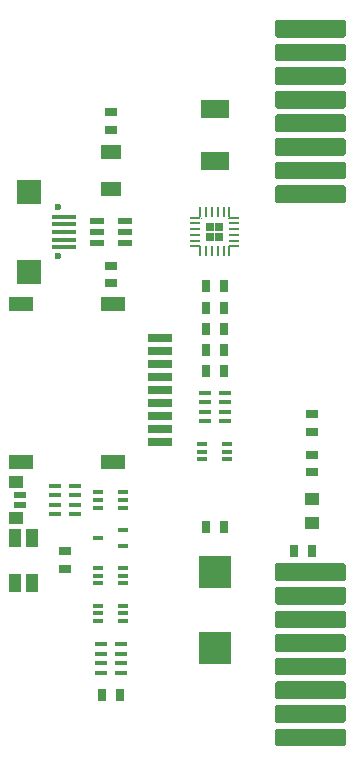
<source format=gts>
G04 #@! TF.GenerationSoftware,KiCad,Pcbnew,(5.1.9)-1*
G04 #@! TF.CreationDate,2023-01-31T21:08:26+01:00*
G04 #@! TF.ProjectId,Side,53696465-2e6b-4696-9361-645f70636258,rev?*
G04 #@! TF.SameCoordinates,PXd59f80PYd59f80*
G04 #@! TF.FileFunction,Soldermask,Top*
G04 #@! TF.FilePolarity,Negative*
%FSLAX46Y46*%
G04 Gerber Fmt 4.6, Leading zero omitted, Abs format (unit mm)*
G04 Created by KiCad (PCBNEW (5.1.9)-1) date 2023-01-31 21:08:26*
%MOMM*%
%LPD*%
G01*
G04 APERTURE LIST*
%ADD10R,0.900000X0.450000*%
%ADD11R,0.900000X0.350000*%
%ADD12R,1.000000X0.700000*%
%ADD13R,2.000000X1.200000*%
%ADD14R,2.000000X0.650000*%
%ADD15O,0.800000X0.800000*%
%ADD16R,1.000000X1.600000*%
%ADD17R,0.900000X0.250000*%
%ADD18C,0.100000*%
%ADD19R,0.250000X0.900000*%
%ADD20R,0.900000X0.270000*%
%ADD21R,0.800000X0.800000*%
%ADD22R,0.700000X1.000000*%
%ADD23R,2.000000X0.400000*%
%ADD24C,0.600000*%
%ADD25R,2.000000X2.000000*%
%ADD26R,1.100000X0.400000*%
%ADD27R,1.000000X0.600000*%
%ADD28R,1.200000X1.000000*%
%ADD29R,1.700000X1.200000*%
%ADD30R,2.400000X1.600000*%
%ADD31R,2.800000X2.800000*%
%ADD32R,1.200000X0.550000*%
%ADD33R,1.300000X1.000000*%
G04 APERTURE END LIST*
D10*
X9850000Y-44450000D03*
X9850000Y-45750000D03*
X7750000Y-45100000D03*
D11*
X9850000Y-51500000D03*
X9850000Y-52150000D03*
X9850000Y-50850000D03*
X7750000Y-50850000D03*
X7750000Y-52150000D03*
X7750000Y-51500000D03*
D12*
X8800000Y-9050000D03*
X8800000Y-10550000D03*
D13*
X9000000Y-38700000D03*
X9000000Y-25300000D03*
X1200000Y-38700000D03*
D14*
X13000000Y-28200000D03*
X13000000Y-29300000D03*
X13000000Y-30400000D03*
X13000000Y-31500000D03*
X13000000Y-32600000D03*
X13000000Y-33700000D03*
X13000000Y-34800000D03*
X13000000Y-35900000D03*
D13*
X1200000Y-25300000D03*
D14*
X13000000Y-37000000D03*
D15*
X650000Y-49000000D03*
X650000Y-45000000D03*
D16*
X2150000Y-48900000D03*
X2150000Y-45100000D03*
X650000Y-48900000D03*
X650000Y-45100000D03*
D17*
X15950000Y-20425000D03*
D18*
G36*
X16499985Y-20399993D02*
G01*
X16400007Y-20400000D01*
X16400000Y-20399993D01*
X16400007Y-20300015D01*
X16499985Y-20399993D01*
G37*
D19*
X16375000Y-20850000D03*
X18825000Y-20850000D03*
D18*
G36*
X18799993Y-20300015D02*
G01*
X18800000Y-20399993D01*
X18799993Y-20400000D01*
X18700015Y-20399993D01*
X18799993Y-20300015D01*
G37*
D17*
X19250000Y-20425000D03*
D19*
X18825000Y-17550000D03*
D18*
G36*
X18700015Y-18000007D02*
G01*
X18799993Y-18000000D01*
X18800000Y-18000007D01*
X18799993Y-18099985D01*
X18700015Y-18000007D01*
G37*
D17*
X19250000Y-17975000D03*
D18*
G36*
X16400007Y-18099985D02*
G01*
X16400000Y-18000007D01*
X16400007Y-18000000D01*
X16499985Y-18000007D01*
X16400007Y-18099985D01*
G37*
D19*
X16375000Y-17550000D03*
D17*
X15950000Y-17975000D03*
D20*
X15950000Y-18950000D03*
D17*
X15950000Y-19450000D03*
X15950000Y-19950000D03*
X15950000Y-18450000D03*
D19*
X16850000Y-20850000D03*
X18350000Y-20850000D03*
X17850000Y-20850000D03*
X17350000Y-20850000D03*
X17850000Y-17550000D03*
X17350000Y-17550000D03*
X16850000Y-17550000D03*
X18350000Y-17550000D03*
D17*
X19250000Y-19950000D03*
X19250000Y-18450000D03*
X19250000Y-18950000D03*
X19250000Y-19450000D03*
D21*
X18000000Y-18800000D03*
X17200000Y-18800000D03*
X17200000Y-19600000D03*
X18000000Y-19600000D03*
D12*
X25800000Y-36150000D03*
X25800000Y-34650000D03*
D22*
X25850000Y-46200000D03*
X24350000Y-46200000D03*
D12*
X25800000Y-39550000D03*
X25800000Y-38050000D03*
D23*
X4800000Y-19200000D03*
D24*
X4350000Y-17125000D03*
X4350000Y-21275000D03*
D23*
X4800000Y-18550000D03*
X4800000Y-17900000D03*
X4800000Y-19850000D03*
X4800000Y-20500000D03*
D25*
X1900000Y-15800000D03*
X1900000Y-22600000D03*
D26*
X5750000Y-41500000D03*
X4050000Y-41500000D03*
X4050000Y-42300000D03*
X5750000Y-42300000D03*
X5750000Y-43100000D03*
X4050000Y-43100000D03*
X4050000Y-40700000D03*
X5750000Y-40700000D03*
D27*
X1100000Y-42325000D03*
X1100000Y-41475000D03*
D28*
X750000Y-40400000D03*
X750000Y-43400000D03*
D12*
X4900000Y-46250000D03*
X4900000Y-47750000D03*
D11*
X7750000Y-41900000D03*
X7750000Y-41250000D03*
X7750000Y-42550000D03*
X9850000Y-42550000D03*
X9850000Y-41250000D03*
X9850000Y-41900000D03*
D29*
X8800000Y-12400000D03*
X8800000Y-15600000D03*
D11*
X16550000Y-37800000D03*
X16550000Y-37150000D03*
X16550000Y-38450000D03*
X18650000Y-38450000D03*
X18650000Y-37150000D03*
X18650000Y-37800000D03*
D30*
X17600000Y-13200000D03*
X17600000Y-8800000D03*
D22*
X16850000Y-31000000D03*
X18350000Y-31000000D03*
D26*
X18450000Y-33600000D03*
X16750000Y-33600000D03*
X16750000Y-34400000D03*
X18450000Y-34400000D03*
X18450000Y-35200000D03*
X16750000Y-35200000D03*
X16750000Y-32800000D03*
X18450000Y-32800000D03*
D12*
X8800000Y-22050000D03*
X8800000Y-23550000D03*
D22*
X18350000Y-44200000D03*
X16850000Y-44200000D03*
D31*
X17600000Y-54400000D03*
X17600000Y-48000000D03*
D22*
X18350000Y-27400000D03*
X16850000Y-27400000D03*
X18350000Y-29200000D03*
X16850000Y-29200000D03*
X16850000Y-23800000D03*
X18350000Y-23800000D03*
X18350000Y-25600000D03*
X16850000Y-25600000D03*
D32*
X10006500Y-19200000D03*
X10006500Y-18247500D03*
X10006500Y-20152500D03*
X7593500Y-20152500D03*
X7593500Y-19200000D03*
X7593500Y-18247500D03*
D22*
X9550000Y-58400000D03*
X8050000Y-58400000D03*
D11*
X9850000Y-48300000D03*
X9850000Y-48950000D03*
X9850000Y-47650000D03*
X7750000Y-47650000D03*
X7750000Y-48950000D03*
X7750000Y-48300000D03*
D26*
X7950000Y-55700000D03*
X9650000Y-55700000D03*
X9650000Y-54900000D03*
X7950000Y-54900000D03*
X7950000Y-54100000D03*
X9650000Y-54100000D03*
X9650000Y-56500000D03*
X7950000Y-56500000D03*
G36*
G01*
X22700000Y-16600000D02*
X22700000Y-15400000D01*
G75*
G02*
X22850000Y-15250000I150000J0D01*
G01*
X28550000Y-15250000D01*
G75*
G02*
X28700000Y-15400000I0J-150000D01*
G01*
X28700000Y-16600000D01*
G75*
G02*
X28550000Y-16750000I-150000J0D01*
G01*
X22850000Y-16750000D01*
G75*
G02*
X22700000Y-16600000I0J150000D01*
G01*
G37*
G36*
G01*
X22700000Y-14600000D02*
X22700000Y-13400000D01*
G75*
G02*
X22850000Y-13250000I150000J0D01*
G01*
X28550000Y-13250000D01*
G75*
G02*
X28700000Y-13400000I0J-150000D01*
G01*
X28700000Y-14600000D01*
G75*
G02*
X28550000Y-14750000I-150000J0D01*
G01*
X22850000Y-14750000D01*
G75*
G02*
X22700000Y-14600000I0J150000D01*
G01*
G37*
G36*
G01*
X22700000Y-12600000D02*
X22700000Y-11400000D01*
G75*
G02*
X22850000Y-11250000I150000J0D01*
G01*
X28550000Y-11250000D01*
G75*
G02*
X28700000Y-11400000I0J-150000D01*
G01*
X28700000Y-12600000D01*
G75*
G02*
X28550000Y-12750000I-150000J0D01*
G01*
X22850000Y-12750000D01*
G75*
G02*
X22700000Y-12600000I0J150000D01*
G01*
G37*
G36*
G01*
X22700000Y-10600000D02*
X22700000Y-9400000D01*
G75*
G02*
X22850000Y-9250000I150000J0D01*
G01*
X28550000Y-9250000D01*
G75*
G02*
X28700000Y-9400000I0J-150000D01*
G01*
X28700000Y-10600000D01*
G75*
G02*
X28550000Y-10750000I-150000J0D01*
G01*
X22850000Y-10750000D01*
G75*
G02*
X22700000Y-10600000I0J150000D01*
G01*
G37*
G36*
G01*
X22700000Y-8600000D02*
X22700000Y-7400000D01*
G75*
G02*
X22850000Y-7250000I150000J0D01*
G01*
X28550000Y-7250000D01*
G75*
G02*
X28700000Y-7400000I0J-150000D01*
G01*
X28700000Y-8600000D01*
G75*
G02*
X28550000Y-8750000I-150000J0D01*
G01*
X22850000Y-8750000D01*
G75*
G02*
X22700000Y-8600000I0J150000D01*
G01*
G37*
G36*
G01*
X22700000Y-6600000D02*
X22700000Y-5400000D01*
G75*
G02*
X22850000Y-5250000I150000J0D01*
G01*
X28550000Y-5250000D01*
G75*
G02*
X28700000Y-5400000I0J-150000D01*
G01*
X28700000Y-6600000D01*
G75*
G02*
X28550000Y-6750000I-150000J0D01*
G01*
X22850000Y-6750000D01*
G75*
G02*
X22700000Y-6600000I0J150000D01*
G01*
G37*
G36*
G01*
X22700000Y-4600000D02*
X22700000Y-3400000D01*
G75*
G02*
X22850000Y-3250000I150000J0D01*
G01*
X28550000Y-3250000D01*
G75*
G02*
X28700000Y-3400000I0J-150000D01*
G01*
X28700000Y-4600000D01*
G75*
G02*
X28550000Y-4750000I-150000J0D01*
G01*
X22850000Y-4750000D01*
G75*
G02*
X22700000Y-4600000I0J150000D01*
G01*
G37*
G36*
G01*
X22700000Y-2600000D02*
X22700000Y-1400000D01*
G75*
G02*
X22850000Y-1250000I150000J0D01*
G01*
X28550000Y-1250000D01*
G75*
G02*
X28700000Y-1400000I0J-150000D01*
G01*
X28700000Y-2600000D01*
G75*
G02*
X28550000Y-2750000I-150000J0D01*
G01*
X22850000Y-2750000D01*
G75*
G02*
X22700000Y-2600000I0J150000D01*
G01*
G37*
G36*
G01*
X22700000Y-62600000D02*
X22700000Y-61400000D01*
G75*
G02*
X22850000Y-61250000I150000J0D01*
G01*
X28550000Y-61250000D01*
G75*
G02*
X28700000Y-61400000I0J-150000D01*
G01*
X28700000Y-62600000D01*
G75*
G02*
X28550000Y-62750000I-150000J0D01*
G01*
X22850000Y-62750000D01*
G75*
G02*
X22700000Y-62600000I0J150000D01*
G01*
G37*
G36*
G01*
X22700000Y-60600000D02*
X22700000Y-59400000D01*
G75*
G02*
X22850000Y-59250000I150000J0D01*
G01*
X28550000Y-59250000D01*
G75*
G02*
X28700000Y-59400000I0J-150000D01*
G01*
X28700000Y-60600000D01*
G75*
G02*
X28550000Y-60750000I-150000J0D01*
G01*
X22850000Y-60750000D01*
G75*
G02*
X22700000Y-60600000I0J150000D01*
G01*
G37*
G36*
G01*
X22700000Y-58600000D02*
X22700000Y-57400000D01*
G75*
G02*
X22850000Y-57250000I150000J0D01*
G01*
X28550000Y-57250000D01*
G75*
G02*
X28700000Y-57400000I0J-150000D01*
G01*
X28700000Y-58600000D01*
G75*
G02*
X28550000Y-58750000I-150000J0D01*
G01*
X22850000Y-58750000D01*
G75*
G02*
X22700000Y-58600000I0J150000D01*
G01*
G37*
G36*
G01*
X22700000Y-56600000D02*
X22700000Y-55400000D01*
G75*
G02*
X22850000Y-55250000I150000J0D01*
G01*
X28550000Y-55250000D01*
G75*
G02*
X28700000Y-55400000I0J-150000D01*
G01*
X28700000Y-56600000D01*
G75*
G02*
X28550000Y-56750000I-150000J0D01*
G01*
X22850000Y-56750000D01*
G75*
G02*
X22700000Y-56600000I0J150000D01*
G01*
G37*
G36*
G01*
X22700000Y-54600000D02*
X22700000Y-53400000D01*
G75*
G02*
X22850000Y-53250000I150000J0D01*
G01*
X28550000Y-53250000D01*
G75*
G02*
X28700000Y-53400000I0J-150000D01*
G01*
X28700000Y-54600000D01*
G75*
G02*
X28550000Y-54750000I-150000J0D01*
G01*
X22850000Y-54750000D01*
G75*
G02*
X22700000Y-54600000I0J150000D01*
G01*
G37*
G36*
G01*
X22700000Y-52600000D02*
X22700000Y-51400000D01*
G75*
G02*
X22850000Y-51250000I150000J0D01*
G01*
X28550000Y-51250000D01*
G75*
G02*
X28700000Y-51400000I0J-150000D01*
G01*
X28700000Y-52600000D01*
G75*
G02*
X28550000Y-52750000I-150000J0D01*
G01*
X22850000Y-52750000D01*
G75*
G02*
X22700000Y-52600000I0J150000D01*
G01*
G37*
G36*
G01*
X22700000Y-50600000D02*
X22700000Y-49400000D01*
G75*
G02*
X22850000Y-49250000I150000J0D01*
G01*
X28550000Y-49250000D01*
G75*
G02*
X28700000Y-49400000I0J-150000D01*
G01*
X28700000Y-50600000D01*
G75*
G02*
X28550000Y-50750000I-150000J0D01*
G01*
X22850000Y-50750000D01*
G75*
G02*
X22700000Y-50600000I0J150000D01*
G01*
G37*
G36*
G01*
X22700000Y-48600000D02*
X22700000Y-47400000D01*
G75*
G02*
X22850000Y-47250000I150000J0D01*
G01*
X28550000Y-47250000D01*
G75*
G02*
X28700000Y-47400000I0J-150000D01*
G01*
X28700000Y-48600000D01*
G75*
G02*
X28550000Y-48750000I-150000J0D01*
G01*
X22850000Y-48750000D01*
G75*
G02*
X22700000Y-48600000I0J150000D01*
G01*
G37*
D33*
X25800000Y-43800000D03*
X25800000Y-41800000D03*
M02*

</source>
